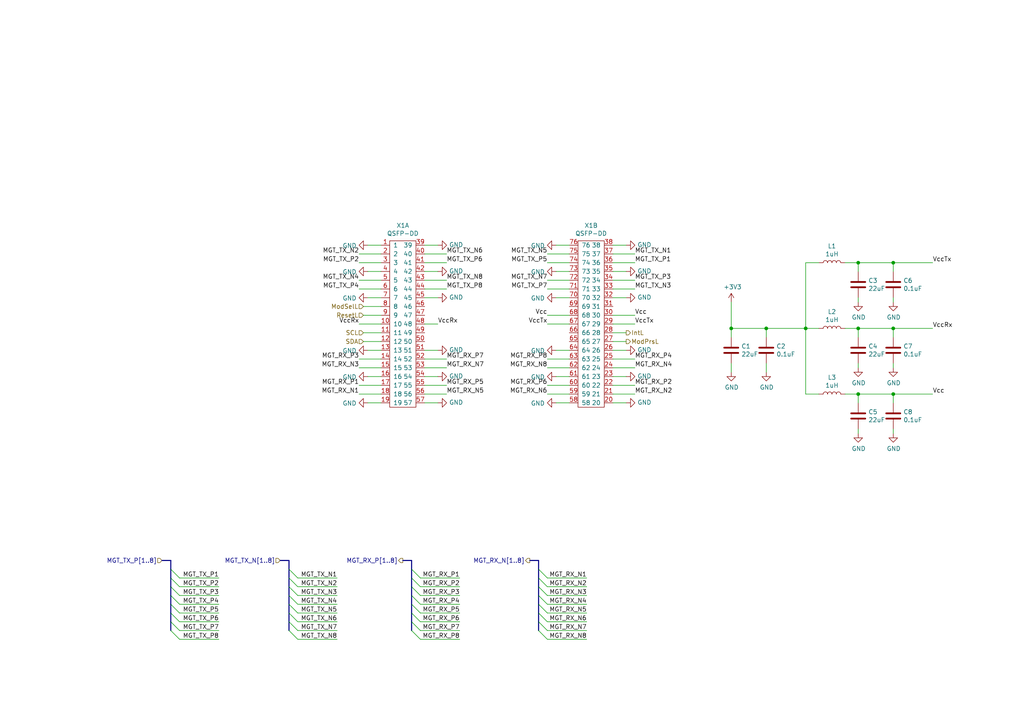
<source format=kicad_sch>
(kicad_sch (version 20211123) (generator eeschema)
  (paper "A4")
  (title_block (title "RTM_Template") (date "2021-06-25") (rev "v1.0") (company "Karlsruhe Institute of Technology (KIT)") (comment 1 "Carsten Schmerbeck, Luis Ardila "))
  (lib_symbols
    (symbol "Device:C" (pin_numbers hide) (pin_names (offset 0.254))
      (property "Reference" "C" (at 0.635 2.54 0))
      (property "Value" "C" (at 0.635 -2.54 0))
      (symbol "C_0_1"
        (polyline (pts (xy -2.032 -0.762) (xy 2.032 -0.762)) (stroke (width 0.508)))
        (polyline (pts (xy -2.032 0.762) (xy 2.032 0.762)) (stroke (width 0.508)))
      )
      (symbol "C_1_1"
        (pin passive line (at 0 3.81 270) (length 2.794) (name "~") (number "1"))
        (pin passive line (at 0 -3.81 90) (length 2.794) (name "~") (number "2"))
      )
    )
    (symbol "Device:L" (pin_numbers hide) (pin_names (offset 1.016) hide)
      (property "Reference" "L" (at -1.27 0 90))
      (property "Value" "L" (at 1.905 0 90))
      (symbol "L_0_1"
        (arc (start 0 -2.54) (mid 0.635 -1.905) (end 0 -1.27))
        (arc (start 0 -1.27) (mid 0.635 -0.635) (end 0 0))
        (arc (start 0 0) (mid 0.635 0.635) (end 0 1.27))
        (arc (start 0 1.27) (mid 0.635 1.905) (end 0 2.54))
      )
      (symbol "L_1_1"
        (pin passive line (at 0 3.81 270) (length 1.27) (name "1") (number "1"))
        (pin passive line (at 0 -3.81 90) (length 1.27) (name "2") (number "2"))
      )
    )
    (symbol "power:+3.3V" (power) (pin_names (offset 0))
      (property "Value" "+3.3V" (at 0 3.556 0))
      (symbol "+3.3V_0_1"
        (polyline (pts (xy -0.762 1.27) (xy 0 2.54)))
        (polyline (pts (xy 0 0) (xy 0 2.54)))
        (polyline (pts (xy 0 2.54) (xy 0.762 1.27)))
      )
      (symbol "+3.3V_1_1"
        (pin power_in line (at 0 0 90) (length 0) hide (name "+3V3") (number "1"))
      )
    )
    (symbol "power:GND" (power) (pin_names (offset 0))
      (property "Value" "GND" (at 0 -3.81 0))
      (symbol "GND_0_1"
        (polyline (pts (xy 0 0) (xy 0 -1.27) (xy 1.27 -1.27) (xy 0 -2.54) (xy -1.27 -1.27) (xy 0 -1.27)))
      )
      (symbol "GND_1_1"
        (pin power_in line (at 0 0 270) (length 0) hide (name "GND") (number "1"))
      )
    )
    (symbol "rtm_template:QSFP-DD" (pin_names (offset 1.016))
      (property "Reference" "X" (at 3.81 2.54 0))
      (property "Value" "QSFP-DD" (at 5.08 -49.53 0))
      (symbol "QSFP-DD_0_1"
        (rectangle (start 2.54 1.27) (end 10.16 -46.99))
      )
      (symbol "QSFP-DD_1_1"
        (pin passive line (at 0 0 0) (length 2.54) (name "1") (number "1"))
        (pin passive line (at 0 -22.86 0) (length 2.54) (name "10") (number "10"))
        (pin passive line (at 0 -25.4 0) (length 2.54) (name "11") (number "11"))
        (pin passive line (at 0 -27.94 0) (length 2.54) (name "12") (number "12"))
        (pin passive line (at 0 -30.48 0) (length 2.54) (name "13") (number "13"))
        (pin passive line (at 0 -33.02 0) (length 2.54) (name "14") (number "14"))
        (pin passive line (at 0 -35.56 0) (length 2.54) (name "15") (number "15"))
        (pin passive line (at 0 -38.1 0) (length 2.54) (name "16") (number "16"))
        (pin passive line (at 0 -40.64 0) (length 2.54) (name "17") (number "17"))
        (pin passive line (at 0 -43.18 0) (length 2.54) (name "18") (number "18"))
        (pin passive line (at 0 -45.72 0) (length 2.54) (name "19") (number "19"))
        (pin passive line (at 0 -2.54 0) (length 2.54) (name "2") (number "2"))
        (pin passive line (at 0 -5.08 0) (length 2.54) (name "3") (number "3"))
        (pin passive line (at 12.7 0 180) (length 2.54) (name "39") (number "39"))
        (pin passive line (at 0 -7.62 0) (length 2.54) (name "4") (number "4"))
        (pin passive line (at 12.7 -2.54 180) (length 2.54) (name "40") (number "40"))
        (pin passive line (at 12.7 -5.08 180) (length 2.54) (name "41") (number "41"))
        (pin passive line (at 12.7 -7.62 180) (length 2.54) (name "42") (number "42"))
        (pin passive line (at 12.7 -10.16 180) (length 2.54) (name "43") (number "43"))
        (pin passive line (at 12.7 -12.7 180) (length 2.54) (name "44") (number "44"))
        (pin passive line (at 12.7 -15.24 180) (length 2.54) (name "45") (number "45"))
        (pin passive line (at 12.7 -17.78 180) (length 2.54) (name "46") (number "46"))
        (pin passive line (at 12.7 -20.32 180) (length 2.54) (name "47") (number "47"))
        (pin passive line (at 12.7 -22.86 180) (length 2.54) (name "48") (number "48"))
        (pin passive line (at 12.7 -25.4 180) (length 2.54) (name "49") (number "49"))
        (pin passive line (at 0 -10.16 0) (length 2.54) (name "5") (number "5"))
        (pin passive line (at 12.7 -27.94 180) (length 2.54) (name "50") (number "50"))
        (pin passive line (at 12.7 -30.48 180) (length 2.54) (name "51") (number "51"))
        (pin passive line (at 12.7 -33.02 180) (length 2.54) (name "52") (number "52"))
        (pin passive line (at 12.7 -35.56 180) (length 2.54) (name "53") (number "53"))
        (pin passive line (at 12.7 -38.1 180) (length 2.54) (name "54") (number "54"))
        (pin passive line (at 12.7 -40.64 180) (length 2.54) (name "55") (number "55"))
        (pin passive line (at 12.7 -43.18 180) (length 2.54) (name "56") (number "56"))
        (pin passive line (at 12.7 -45.72 180) (length 2.54) (name "57") (number "57"))
        (pin passive line (at 0 -12.7 0) (length 2.54) (name "6") (number "6"))
        (pin passive line (at 0 -15.24 0) (length 2.54) (name "7") (number "7"))
        (pin passive line (at 0 -17.78 0) (length 2.54) (name "8") (number "8"))
        (pin passive line (at 0 -20.32 0) (length 2.54) (name "9") (number "9"))
      )
      (symbol "QSFP-DD_2_1"
        (pin passive line (at 12.7 -45.72 180) (length 2.54) (name "20") (number "20"))
        (pin passive line (at 12.7 -43.18 180) (length 2.54) (name "21") (number "21"))
        (pin passive line (at 12.7 -40.64 180) (length 2.54) (name "22") (number "22"))
        (pin passive line (at 12.7 -38.1 180) (length 2.54) (name "23") (number "23"))
        (pin passive line (at 12.7 -35.56 180) (length 2.54) (name "24") (number "24"))
        (pin passive line (at 12.7 -33.02 180) (length 2.54) (name "25") (number "25"))
        (pin passive line (at 12.7 -30.48 180) (length 2.54) (name "26") (number "26"))
        (pin passive line (at 12.7 -27.94 180) (length 2.54) (name "27") (number "27"))
        (pin passive line (at 12.7 -25.4 180) (length 2.54) (name "28") (number "28"))
        (pin passive line (at 12.7 -22.86 180) (length 2.54) (name "29") (number "29"))
        (pin passive line (at 12.7 -20.32 180) (length 2.54) (name "30") (number "30"))
        (pin passive line (at 12.7 -17.78 180) (length 2.54) (name "31") (number "31"))
        (pin passive line (at 12.7 -15.24 180) (length 2.54) (name "32") (number "32"))
        (pin passive line (at 12.7 -12.7 180) (length 2.54) (name "33") (number "33"))
        (pin passive line (at 12.7 -10.16 180) (length 2.54) (name "34") (number "34"))
        (pin passive line (at 12.7 -7.62 180) (length 2.54) (name "35") (number "35"))
        (pin passive line (at 12.7 -5.08 180) (length 2.54) (name "36") (number "36"))
        (pin passive line (at 12.7 -2.54 180) (length 2.54) (name "37") (number "37"))
        (pin passive line (at 12.7 0 180) (length 2.54) (name "38") (number "38"))
        (pin passive line (at 0 -45.72 0) (length 2.54) (name "58") (number "58"))
        (pin passive line (at 0 -43.18 0) (length 2.54) (name "59") (number "59"))
        (pin passive line (at 0 -40.64 0) (length 2.54) (name "60") (number "60"))
        (pin passive line (at 0 -38.1 0) (length 2.54) (name "61") (number "61"))
        (pin passive line (at 0 -35.56 0) (length 2.54) (name "62") (number "62"))
        (pin passive line (at 0 -33.02 0) (length 2.54) (name "63") (number "63"))
        (pin passive line (at 0 -30.48 0) (length 2.54) (name "64") (number "64"))
        (pin passive line (at 0 -27.94 0) (length 2.54) (name "65") (number "65"))
        (pin passive line (at 0 -25.4 0) (length 2.54) (name "66") (number "66"))
        (pin passive line (at 0 -22.86 0) (length 2.54) (name "67") (number "67"))
        (pin passive line (at 0 -20.32 0) (length 2.54) (name "68") (number "68"))
        (pin passive line (at 0 -17.78 0) (length 2.54) (name "69") (number "69"))
        (pin passive line (at 0 -15.24 0) (length 2.54) (name "70") (number "70"))
        (pin passive line (at 0 -12.7 0) (length 2.54) (name "71") (number "71"))
        (pin passive line (at 0 -10.16 0) (length 2.54) (name "72") (number "72"))
        (pin passive line (at 0 -7.62 0) (length 2.54) (name "73") (number "73"))
        (pin passive line (at 0 -5.08 0) (length 2.54) (name "74") (number "74"))
        (pin passive line (at 0 -2.54 0) (length 2.54) (name "75") (number "75"))
        (pin passive line (at 0 0 0) (length 2.54) (name "76") (number "76"))
      )
    )
  )
  (junction (at 259.08 76.2))
  (junction (at 248.92 95.25))
  (junction (at 259.08 95.25))
  (junction (at 233.68 95.25))
  (junction (at 212.09 95.25))
  (junction (at 248.92 114.3))
  (junction (at 259.08 114.3))
  (junction (at 248.92 76.2))
  (junction (at 222.25 95.25))
  (bus_entry (at 49.53 175.26) (size 2.54 2.54))
  (bus_entry (at 119.38 165.1) (size 2.54 2.54))
  (bus_entry (at 83.82 172.72) (size 2.54 2.54))
  (bus_entry (at 156.21 167.64) (size 2.54 2.54))
  (bus_entry (at 119.38 180.34) (size 2.54 2.54))
  (bus_entry (at 49.53 172.72) (size 2.54 2.54))
  (bus_entry (at 83.82 177.8) (size 2.54 2.54))
  (bus_entry (at 119.38 167.64) (size 2.54 2.54))
  (bus_entry (at 49.53 182.88) (size 2.54 2.54))
  (bus_entry (at 83.82 170.18) (size 2.54 2.54))
  (bus_entry (at 119.38 170.18) (size 2.54 2.54))
  (bus_entry (at 49.53 167.64) (size 2.54 2.54))
  (bus_entry (at 49.53 165.1) (size 2.54 2.54))
  (bus_entry (at 83.82 180.34) (size 2.54 2.54))
  (bus_entry (at 83.82 175.26) (size 2.54 2.54))
  (bus_entry (at 49.53 180.34) (size 2.54 2.54))
  (bus_entry (at 156.21 170.18) (size 2.54 2.54))
  (bus_entry (at 156.21 175.26) (size 2.54 2.54))
  (bus_entry (at 49.53 177.8) (size 2.54 2.54))
  (bus_entry (at 119.38 175.26) (size 2.54 2.54))
  (bus_entry (at 156.21 182.88) (size 2.54 2.54))
  (bus_entry (at 83.82 182.88) (size 2.54 2.54))
  (bus_entry (at 119.38 182.88) (size 2.54 2.54))
  (bus_entry (at 156.21 177.8) (size 2.54 2.54))
  (bus_entry (at 156.21 180.34) (size 2.54 2.54))
  (bus_entry (at 83.82 165.1) (size 2.54 2.54))
  (bus_entry (at 49.53 170.18) (size 2.54 2.54))
  (bus_entry (at 119.38 177.8) (size 2.54 2.54))
  (bus_entry (at 119.38 172.72) (size 2.54 2.54))
  (bus_entry (at 83.82 167.64) (size 2.54 2.54))
  (bus_entry (at 156.21 172.72) (size 2.54 2.54))
  (bus_entry (at 156.21 165.1) (size 2.54 2.54))
  (wire (pts (xy 181.61 71.12) (xy 177.8 71.12)))
  (bus (pts (xy 119.38 170.18) (xy 119.38 172.72)))
  (wire (pts (xy 105.41 91.44) (xy 110.49 91.44)))
  (wire (pts (xy 165.1 76.2) (xy 158.75 76.2)))
  (bus (pts (xy 49.53 175.26) (xy 49.53 177.8)))
  (wire (pts (xy 248.92 106.68) (xy 248.92 105.41)))
  (wire (pts (xy 110.49 106.68) (xy 104.14 106.68)))
  (wire (pts (xy 123.19 83.82) (xy 129.54 83.82)))
  (wire (pts (xy 233.68 114.3) (xy 233.68 95.25)))
  (wire (pts (xy 184.15 81.28) (xy 177.8 81.28)))
  (wire (pts (xy 123.19 111.76) (xy 129.54 111.76)))
  (wire (pts (xy 212.09 95.25) (xy 212.09 97.79)))
  (wire (pts (xy 106.68 86.36) (xy 110.49 86.36)))
  (wire (pts (xy 105.41 99.06) (xy 110.49 99.06)))
  (wire (pts (xy 63.5 185.42) (xy 52.07 185.42)))
  (wire (pts (xy 170.18 170.18) (xy 158.75 170.18)))
  (bus (pts (xy 156.21 180.34) (xy 156.21 182.88)))
  (bus (pts (xy 119.38 172.72) (xy 119.38 175.26)))
  (wire (pts (xy 104.14 81.28) (xy 110.49 81.28)))
  (wire (pts (xy 133.35 185.42) (xy 121.92 185.42)))
  (wire (pts (xy 158.75 91.44) (xy 165.1 91.44)))
  (wire (pts (xy 63.5 170.18) (xy 52.07 170.18)))
  (wire (pts (xy 248.92 116.84) (xy 248.92 114.3)))
  (bus (pts (xy 116.84 162.56) (xy 119.38 162.56)))
  (wire (pts (xy 133.35 177.8) (xy 121.92 177.8)))
  (wire (pts (xy 63.5 182.88) (xy 52.07 182.88)))
  (wire (pts (xy 161.29 109.22) (xy 165.1 109.22)))
  (wire (pts (xy 127 71.12) (xy 123.19 71.12)))
  (wire (pts (xy 133.35 182.88) (xy 121.92 182.88)))
  (wire (pts (xy 237.49 95.25) (xy 233.68 95.25)))
  (bus (pts (xy 83.82 162.56) (xy 83.82 165.1)))
  (wire (pts (xy 129.54 73.66) (xy 123.19 73.66)))
  (wire (pts (xy 248.92 114.3) (xy 245.11 114.3)))
  (wire (pts (xy 177.8 111.76) (xy 184.15 111.76)))
  (wire (pts (xy 248.92 78.74) (xy 248.92 76.2)))
  (wire (pts (xy 170.18 180.34) (xy 158.75 180.34)))
  (wire (pts (xy 177.8 76.2) (xy 184.15 76.2)))
  (wire (pts (xy 248.92 87.63) (xy 248.92 86.36)))
  (wire (pts (xy 170.18 175.26) (xy 158.75 175.26)))
  (bus (pts (xy 156.21 165.1) (xy 156.21 167.64)))
  (wire (pts (xy 184.15 106.68) (xy 177.8 106.68)))
  (wire (pts (xy 161.29 101.6) (xy 165.1 101.6)))
  (bus (pts (xy 49.53 172.72) (xy 49.53 175.26)))
  (wire (pts (xy 104.14 111.76) (xy 110.49 111.76)))
  (wire (pts (xy 106.68 109.22) (xy 110.49 109.22)))
  (wire (pts (xy 133.35 175.26) (xy 121.92 175.26)))
  (bus (pts (xy 83.82 177.8) (xy 83.82 180.34)))
  (wire (pts (xy 259.08 97.79) (xy 259.08 95.25)))
  (wire (pts (xy 97.79 172.72) (xy 86.36 172.72)))
  (wire (pts (xy 161.29 78.74) (xy 165.1 78.74)))
  (wire (pts (xy 104.14 83.82) (xy 110.49 83.82)))
  (wire (pts (xy 170.18 177.8) (xy 158.75 177.8)))
  (wire (pts (xy 237.49 114.3) (xy 233.68 114.3)))
  (bus (pts (xy 81.28 162.56) (xy 83.82 162.56)))
  (bus (pts (xy 156.21 175.26) (xy 156.21 177.8)))
  (bus (pts (xy 46.99 162.56) (xy 49.53 162.56)))
  (wire (pts (xy 158.75 83.82) (xy 165.1 83.82)))
  (bus (pts (xy 153.67 162.56) (xy 156.21 162.56)))
  (wire (pts (xy 127 78.74) (xy 123.19 78.74)))
  (wire (pts (xy 212.09 95.25) (xy 212.09 87.63)))
  (wire (pts (xy 104.14 114.3) (xy 110.49 114.3)))
  (bus (pts (xy 119.38 162.56) (xy 119.38 165.1)))
  (wire (pts (xy 123.19 114.3) (xy 129.54 114.3)))
  (wire (pts (xy 158.75 106.68) (xy 165.1 106.68)))
  (wire (pts (xy 97.79 170.18) (xy 86.36 170.18)))
  (wire (pts (xy 177.8 91.44) (xy 184.15 91.44)))
  (wire (pts (xy 127 116.84) (xy 123.19 116.84)))
  (wire (pts (xy 233.68 76.2) (xy 237.49 76.2)))
  (wire (pts (xy 181.61 99.06) (xy 177.8 99.06)))
  (wire (pts (xy 181.61 78.74) (xy 177.8 78.74)))
  (wire (pts (xy 259.08 116.84) (xy 259.08 114.3)))
  (wire (pts (xy 158.75 114.3) (xy 165.1 114.3)))
  (wire (pts (xy 158.75 104.14) (xy 165.1 104.14)))
  (wire (pts (xy 133.35 180.34) (xy 121.92 180.34)))
  (bus (pts (xy 83.82 172.72) (xy 83.82 175.26)))
  (bus (pts (xy 156.21 170.18) (xy 156.21 172.72)))
  (wire (pts (xy 63.5 180.34) (xy 52.07 180.34)))
  (bus (pts (xy 49.53 167.64) (xy 49.53 170.18)))
  (wire (pts (xy 181.61 101.6) (xy 177.8 101.6)))
  (wire (pts (xy 63.5 175.26) (xy 52.07 175.26)))
  (bus (pts (xy 156.21 167.64) (xy 156.21 170.18)))
  (bus (pts (xy 49.53 177.8) (xy 49.53 180.34)))
  (wire (pts (xy 248.92 125.73) (xy 248.92 124.46)))
  (wire (pts (xy 259.08 95.25) (xy 248.92 95.25)))
  (bus (pts (xy 49.53 162.56) (xy 49.53 165.1)))
  (bus (pts (xy 156.21 162.56) (xy 156.21 165.1)))
  (wire (pts (xy 105.41 96.52) (xy 110.49 96.52)))
  (wire (pts (xy 106.68 71.12) (xy 110.49 71.12)))
  (wire (pts (xy 104.14 93.98) (xy 110.49 93.98)))
  (wire (pts (xy 170.18 185.42) (xy 158.75 185.42)))
  (wire (pts (xy 97.79 182.88) (xy 86.36 182.88)))
  (wire (pts (xy 259.08 114.3) (xy 248.92 114.3)))
  (wire (pts (xy 129.54 104.14) (xy 123.19 104.14)))
  (wire (pts (xy 177.8 93.98) (xy 184.15 93.98)))
  (bus (pts (xy 119.38 177.8) (xy 119.38 180.34)))
  (wire (pts (xy 161.29 71.12) (xy 165.1 71.12)))
  (wire (pts (xy 165.1 111.76) (xy 158.75 111.76)))
  (wire (pts (xy 97.79 167.64) (xy 86.36 167.64)))
  (bus (pts (xy 49.53 165.1) (xy 49.53 167.64)))
  (wire (pts (xy 245.11 76.2) (xy 248.92 76.2)))
  (wire (pts (xy 233.68 95.25) (xy 233.68 76.2)))
  (wire (pts (xy 127 101.6) (xy 123.19 101.6)))
  (wire (pts (xy 127 109.22) (xy 123.19 109.22)))
  (wire (pts (xy 259.08 106.68) (xy 259.08 105.41)))
  (wire (pts (xy 248.92 76.2) (xy 259.08 76.2)))
  (wire (pts (xy 177.8 104.14) (xy 184.15 104.14)))
  (bus (pts (xy 156.21 177.8) (xy 156.21 180.34)))
  (wire (pts (xy 248.92 95.25) (xy 245.11 95.25)))
  (wire (pts (xy 259.08 125.73) (xy 259.08 124.46)))
  (bus (pts (xy 49.53 180.34) (xy 49.53 182.88)))
  (wire (pts (xy 63.5 172.72) (xy 52.07 172.72)))
  (wire (pts (xy 104.14 76.2) (xy 110.49 76.2)))
  (wire (pts (xy 106.68 116.84) (xy 110.49 116.84)))
  (wire (pts (xy 123.19 106.68) (xy 129.54 106.68)))
  (wire (pts (xy 161.29 86.36) (xy 165.1 86.36)))
  (wire (pts (xy 181.61 96.52) (xy 177.8 96.52)))
  (wire (pts (xy 97.79 175.26) (xy 86.36 175.26)))
  (bus (pts (xy 83.82 180.34) (xy 83.82 182.88)))
  (wire (pts (xy 106.68 78.74) (xy 110.49 78.74)))
  (bus (pts (xy 83.82 167.64) (xy 83.82 170.18)))
  (wire (pts (xy 127 86.36) (xy 123.19 86.36)))
  (wire (pts (xy 222.25 97.79) (xy 222.25 95.25)))
  (wire (pts (xy 158.75 73.66) (xy 165.1 73.66)))
  (wire (pts (xy 212.09 105.41) (xy 212.09 107.95)))
  (wire (pts (xy 97.79 177.8) (xy 86.36 177.8)))
  (bus (pts (xy 119.38 180.34) (xy 119.38 182.88)))
  (wire (pts (xy 104.14 104.14) (xy 110.49 104.14)))
  (wire (pts (xy 161.29 116.84) (xy 165.1 116.84)))
  (wire (pts (xy 63.5 177.8) (xy 52.07 177.8)))
  (wire (pts (xy 106.68 101.6) (xy 110.49 101.6)))
  (wire (pts (xy 181.61 116.84) (xy 177.8 116.84)))
  (wire (pts (xy 104.14 73.66) (xy 110.49 73.66)))
  (wire (pts (xy 177.8 83.82) (xy 184.15 83.82)))
  (wire (pts (xy 170.18 172.72) (xy 158.75 172.72)))
  (wire (pts (xy 222.25 107.95) (xy 222.25 105.41)))
  (bus (pts (xy 49.53 170.18) (xy 49.53 172.72)))
  (wire (pts (xy 158.75 93.98) (xy 165.1 93.98)))
  (bus (pts (xy 83.82 170.18) (xy 83.82 172.72)))
  (wire (pts (xy 177.8 73.66) (xy 184.15 73.66)))
  (wire (pts (xy 105.41 88.9) (xy 110.49 88.9)))
  (bus (pts (xy 83.82 175.26) (xy 83.82 177.8)))
  (bus (pts (xy 83.82 165.1) (xy 83.82 167.64)))
  (wire (pts (xy 259.08 95.25) (xy 270.51 95.25)))
  (wire (pts (xy 259.08 76.2) (xy 270.51 76.2)))
  (wire (pts (xy 259.08 76.2) (xy 259.08 78.74)))
  (wire (pts (xy 133.35 167.64) (xy 121.92 167.64)))
  (wire (pts (xy 222.25 95.25) (xy 212.09 95.25)))
  (wire (pts (xy 133.35 172.72) (xy 121.92 172.72)))
  (wire (pts (xy 123.19 76.2) (xy 129.54 76.2)))
  (bus (pts (xy 119.38 167.64) (xy 119.38 170.18)))
  (bus (pts (xy 119.38 175.26) (xy 119.38 177.8)))
  (wire (pts (xy 170.18 182.88) (xy 158.75 182.88)))
  (wire (pts (xy 248.92 97.79) (xy 248.92 95.25)))
  (wire (pts (xy 133.35 170.18) (xy 121.92 170.18)))
  (wire (pts (xy 129.54 81.28) (xy 123.19 81.28)))
  (wire (pts (xy 259.08 86.36) (xy 259.08 87.63)))
  (bus (pts (xy 119.38 165.1) (xy 119.38 167.64)))
  (wire (pts (xy 184.15 114.3) (xy 177.8 114.3)))
  (wire (pts (xy 259.08 114.3) (xy 270.51 114.3)))
  (wire (pts (xy 233.68 95.25) (xy 222.25 95.25)))
  (wire (pts (xy 63.5 167.64) (xy 52.07 167.64)))
  (wire (pts (xy 181.61 86.36) (xy 177.8 86.36)))
  (wire (pts (xy 181.61 109.22) (xy 177.8 109.22)))
  (wire (pts (xy 97.79 185.42) (xy 86.36 185.42)))
  (wire (pts (xy 170.18 167.64) (xy 158.75 167.64)))
  (bus (pts (xy 156.21 172.72) (xy 156.21 175.26)))
  (wire (pts (xy 97.79 180.34) (xy 86.36 180.34)))
  (wire (pts (xy 127 93.98) (xy 123.19 93.98)))
  (wire (pts (xy 165.1 81.28) (xy 158.75 81.28)))
  (label "MGT_RX_N6" (at 158.75 114.3 180))
  (label "MGT_RX_P4" (at 133.35 175.26 180))
  (label "MGT_RX_P7" (at 129.54 104.14 0))
  (label "MGT_RX_P2" (at 133.35 170.18 180))
  (label "MGT_RX_N6" (at 170.18 180.34 180))
  (label "MGT_TX_N1" (at 97.79 167.64 180))
  (label "MGT_TX_P6" (at 129.54 76.2 0))
  (label "MGT_RX_P7" (at 133.35 182.88 180))
  (label "MGT_TX_P1" (at 184.15 76.2 0))
  (label "MGT_TX_N7" (at 97.79 182.88 180))
  (label "MGT_TX_P3" (at 184.15 81.28 0))
  (label "MGT_TX_N6" (at 129.54 73.66 0))
  (label "MGT_RX_P3" (at 133.35 172.72 180))
  (label "MGT_RX_N8" (at 170.18 185.42 180))
  (label "MGT_RX_P5" (at 133.35 177.8 180))
  (label "VccRx" (at 104.14 93.98 180))
  (label "Vcc" (at 158.75 91.44 180))
  (label "MGT_TX_N5" (at 158.75 73.66 180))
  (label "MGT_RX_N1" (at 170.18 167.64 180))
  (label "MGT_RX_N1" (at 104.14 114.3 180))
  (label "MGT_RX_N7" (at 170.18 182.88 180))
  (label "MGT_RX_N5" (at 129.54 114.3 0))
  (label "MGT_TX_N3" (at 97.79 172.72 180))
  (label "MGT_TX_P8" (at 63.5 185.42 180))
  (label "MGT_RX_N2" (at 184.15 114.3 0))
  (label "MGT_RX_N4" (at 184.15 106.68 0))
  (label "VccTx" (at 270.51 76.2 0))
  (label "MGT_TX_P2" (at 104.14 76.2 180))
  (label "MGT_RX_N4" (at 170.18 175.26 180))
  (label "MGT_RX_P1" (at 133.35 167.64 180))
  (label "Vcc" (at 270.51 114.3 0))
  (label "MGT_RX_P1" (at 104.14 111.76 180))
  (label "VccTx" (at 184.15 93.98 0))
  (label "MGT_TX_N4" (at 104.14 81.28 180))
  (label "MGT_RX_N2" (at 170.18 170.18 180))
  (label "MGT_TX_P6" (at 63.5 180.34 180))
  (label "MGT_TX_P4" (at 104.14 83.82 180))
  (label "MGT_RX_P8" (at 158.75 104.14 180))
  (label "VccTx" (at 158.75 93.98 180))
  (label "MGT_RX_P6" (at 133.35 180.34 180))
  (label "MGT_TX_N7" (at 158.75 81.28 180))
  (label "MGT_TX_N4" (at 97.79 175.26 180))
  (label "MGT_RX_P6" (at 158.75 111.76 180))
  (label "Vcc" (at 184.15 91.44 0))
  (label "MGT_TX_N2" (at 97.79 170.18 180))
  (label "MGT_TX_P7" (at 63.5 182.88 180))
  (label "MGT_RX_P2" (at 184.15 111.76 0))
  (label "MGT_TX_P4" (at 63.5 175.26 180))
  (label "MGT_TX_N8" (at 129.54 81.28 0))
  (label "MGT_TX_P5" (at 158.75 76.2 180))
  (label "MGT_TX_N1" (at 184.15 73.66 0))
  (label "VccRx" (at 127 93.98 0))
  (label "MGT_RX_N8" (at 158.75 106.68 180))
  (label "MGT_RX_P5" (at 129.54 111.76 0))
  (label "MGT_TX_N2" (at 104.14 73.66 180))
  (label "MGT_RX_N3" (at 104.14 106.68 180))
  (label "MGT_TX_P7" (at 158.75 83.82 180))
  (label "MGT_TX_N5" (at 97.79 177.8 180))
  (label "MGT_TX_N6" (at 97.79 180.34 180))
  (label "MGT_TX_P3" (at 63.5 172.72 180))
  (label "MGT_RX_P8" (at 133.35 185.42 180))
  (label "MGT_TX_N8" (at 97.79 185.42 180))
  (label "MGT_TX_P8" (at 129.54 83.82 0))
  (label "MGT_RX_N3" (at 170.18 172.72 180))
  (label "MGT_RX_N7" (at 129.54 106.68 0))
  (label "MGT_TX_N3" (at 184.15 83.82 0))
  (label "MGT_RX_P4" (at 184.15 104.14 0))
  (label "MGT_RX_P3" (at 104.14 104.14 180))
  (label "MGT_TX_P5" (at 63.5 177.8 180))
  (label "MGT_RX_N5" (at 170.18 177.8 180))
  (label "VccRx" (at 270.51 95.25 0))
  (label "MGT_TX_P2" (at 63.5 170.18 180))
  (label "MGT_TX_P1" (at 63.5 167.64 180))
  (hierarchical_label "IntL" (shape output) (at 181.61 96.52 0))
  (hierarchical_label "MGT_RX_N[1..8]" (shape output) (at 153.67 162.56 180))
  (hierarchical_label "ResetL" (shape input) (at 105.41 91.44 180))
  (hierarchical_label "MGT_RX_P[1..8]" (shape output) (at 116.84 162.56 180))
  (hierarchical_label "MGT_TX_P[1..8]" (shape input) (at 46.99 162.56 180))
  (hierarchical_label "SCL" (shape input) (at 105.41 96.52 180))
  (hierarchical_label "ModSelL" (shape input) (at 105.41 88.9 180))
  (hierarchical_label "SDA" (shape input) (at 105.41 99.06 180))
  (hierarchical_label "ModPrsL" (shape output) (at 181.61 99.06 0))
  (hierarchical_label "MGT_TX_N[1..8]" (shape input) (at 81.28 162.56 180))
  (symbol (lib_id "rtm_template:QSFP-DD") (at 110.49 71.12 0) (unit 1)
    (property "Reference" "X1" (at 116.84 65.405 0))
    (property "Value" "QSFP-DD" (at 116.84 67.7164 0))
    (property "Footprint" "rtm_template:QSFP-DD" (effects hide))
  )
  (symbol (lib_id "rtm_template:QSFP-DD") (at 165.1 71.12 0) (unit 2)
    (property "Reference" "X1" (at 171.45 65.405 0))
    (property "Value" "QSFP-DD" (at 171.45 67.7164 0))
    (property "Footprint" "rtm_template:QSFP-DD" (effects hide))
  )
  (symbol (lib_id "power:+3.3V") (at 212.09 87.63 0) (unit 1)
    (property "Reference" "#PWR055" (effects hide))
    (property "Value" "+3.3V" (at 212.471 83.2358 0))
  )
  (symbol (lib_id "power:GND") (at 181.61 71.12 90) (unit 1)
    (property "Reference" "#PWR049" (effects hide))
    (property "Value" "GND" (at 184.8612 70.993 90) (effects (justify right)))
  )
  (symbol (lib_id "power:GND") (at 181.61 78.74 90) (unit 1)
    (property "Reference" "#PWR050" (effects hide))
    (property "Value" "GND" (at 184.8612 78.613 90) (effects (justify right)))
  )
  (symbol (lib_id "power:GND") (at 181.61 86.36 90) (unit 1)
    (property "Reference" "#PWR051" (effects hide))
    (property "Value" "GND" (at 184.8612 86.233 90) (effects (justify right)))
  )
  (symbol (lib_id "power:GND") (at 181.61 101.6 90) (unit 1)
    (property "Reference" "#PWR052" (effects hide))
    (property "Value" "GND" (at 184.8612 101.473 90) (effects (justify right)))
  )
  (symbol (lib_id "power:GND") (at 181.61 109.22 90) (unit 1)
    (property "Reference" "#PWR053" (effects hide))
    (property "Value" "GND" (at 184.8612 109.093 90) (effects (justify right)))
  )
  (symbol (lib_id "power:GND") (at 181.61 116.84 90) (unit 1)
    (property "Reference" "#PWR054" (effects hide))
    (property "Value" "GND" (at 184.8612 116.713 90) (effects (justify right)))
  )
  (symbol (lib_id "power:GND") (at 161.29 71.12 270) (unit 1)
    (property "Reference" "#PWR043" (effects hide))
    (property "Value" "GND" (at 158.0388 71.247 90) (effects (justify right)))
  )
  (symbol (lib_id "power:GND") (at 161.29 78.74 270) (unit 1)
    (property "Reference" "#PWR044" (effects hide))
    (property "Value" "GND" (at 158.0388 78.867 90) (effects (justify right)))
  )
  (symbol (lib_id "power:GND") (at 161.29 86.36 270) (unit 1)
    (property "Reference" "#PWR045" (effects hide))
    (property "Value" "GND" (at 158.0388 86.487 90) (effects (justify right)))
  )
  (symbol (lib_id "power:GND") (at 161.29 101.6 270) (unit 1)
    (property "Reference" "#PWR046" (effects hide))
    (property "Value" "GND" (at 158.0388 101.727 90) (effects (justify right)))
  )
  (symbol (lib_id "power:GND") (at 161.29 109.22 270) (unit 1)
    (property "Reference" "#PWR047" (effects hide))
    (property "Value" "GND" (at 158.0388 109.347 90) (effects (justify right)))
  )
  (symbol (lib_id "power:GND") (at 161.29 116.84 270) (unit 1)
    (property "Reference" "#PWR048" (effects hide))
    (property "Value" "GND" (at 158.0388 116.967 90) (effects (justify right)))
  )
  (symbol (lib_id "power:GND") (at 106.68 116.84 270) (unit 1)
    (property "Reference" "#PWR036" (effects hide))
    (property "Value" "GND" (at 103.4288 116.967 90) (effects (justify right)))
  )
  (symbol (lib_id "power:GND") (at 106.68 109.22 270) (unit 1)
    (property "Reference" "#PWR035" (effects hide))
    (property "Value" "GND" (at 103.4288 109.347 90) (effects (justify right)))
  )
  (symbol (lib_id "power:GND") (at 106.68 101.6 270) (unit 1)
    (property "Reference" "#PWR034" (effects hide))
    (property "Value" "GND" (at 103.4288 101.727 90) (effects (justify right)))
  )
  (symbol (lib_id "power:GND") (at 106.68 86.36 270) (unit 1)
    (property "Reference" "#PWR033" (effects hide))
    (property "Value" "GND" (at 103.4288 86.487 90) (effects (justify right)))
  )
  (symbol (lib_id "power:GND") (at 106.68 78.74 270) (unit 1)
    (property "Reference" "#PWR032" (effects hide))
    (property "Value" "GND" (at 103.4288 78.867 90) (effects (justify right)))
  )
  (symbol (lib_id "power:GND") (at 106.68 71.12 270) (unit 1)
    (property "Reference" "#PWR031" (effects hide))
    (property "Value" "GND" (at 103.4288 71.247 90) (effects (justify right)))
  )
  (symbol (lib_id "power:GND") (at 127 116.84 90) (unit 1)
    (property "Reference" "#PWR042" (effects hide))
    (property "Value" "GND" (at 130.2512 116.713 90) (effects (justify right)))
  )
  (symbol (lib_id "power:GND") (at 127 109.22 90) (unit 1)
    (property "Reference" "#PWR041" (effects hide))
    (property "Value" "GND" (at 130.2512 109.093 90) (effects (justify right)))
  )
  (symbol (lib_id "power:GND") (at 127 101.6 90) (unit 1)
    (property "Reference" "#PWR040" (effects hide))
    (property "Value" "GND" (at 130.2512 101.473 90) (effects (justify right)))
  )
  (symbol (lib_id "power:GND") (at 127 86.36 90) (unit 1)
    (property "Reference" "#PWR039" (effects hide))
    (property "Value" "GND" (at 130.2512 86.233 90) (effects (justify right)))
  )
  (symbol (lib_id "power:GND") (at 127 78.74 90) (unit 1)
    (property "Reference" "#PWR038" (effects hide))
    (property "Value" "GND" (at 130.2512 78.613 90) (effects (justify right)))
  )
  (symbol (lib_id "power:GND") (at 127 71.12 90) (unit 1)
    (property "Reference" "#PWR037" (effects hide))
    (property "Value" "GND" (at 130.2512 70.993 90) (effects (justify right)))
  )
  (symbol (lib_id "Device:C") (at 212.09 101.6 0) (unit 1)
    (property "Reference" "C1" (at 215.011 100.4316 0) (effects (justify left)))
    (property "Value" "22uF" (at 215.011 102.743 0) (effects (justify left)))
    (property "Footprint" "Capacitor_SMD:C_1206_3216Metric" (effects hide))
  )
  (symbol (lib_id "Device:C") (at 222.25 101.6 0) (unit 1)
    (property "Reference" "C2" (at 225.171 100.4316 0) (effects (justify left)))
    (property "Value" "0.1uF" (at 225.171 102.743 0) (effects (justify left)))
    (property "Footprint" "Capacitor_SMD:C_0805_2012Metric" (effects hide))
  )
  (symbol (lib_id "Device:L") (at 241.3 76.2 90) (unit 1)
    (property "Reference" "L1" (at 241.3 71.374 90))
    (property "Value" "1uH" (at 241.3 73.6854 90))
    (property "Footprint" "Inductor_SMD:L_1210_3225Metric" (effects hide))
  )
  (symbol (lib_id "Device:L") (at 241.3 95.25 90) (unit 1)
    (property "Reference" "L2" (at 241.3 90.424 90))
    (property "Value" "1uH" (at 241.3 92.7354 90))
    (property "Footprint" "Inductor_SMD:L_1210_3225Metric" (effects hide))
  )
  (symbol (lib_id "Device:L") (at 241.3 114.3 90) (unit 1)
    (property "Reference" "L3" (at 241.3 109.474 90))
    (property "Value" "1uH" (at 241.3 111.7854 90))
    (property "Footprint" "Inductor_SMD:L_1210_3225Metric" (effects hide))
  )
  (symbol (lib_id "Device:C") (at 248.92 82.55 0) (unit 1)
    (property "Reference" "C3" (at 251.841 81.3816 0) (effects (justify left)))
    (property "Value" "22uF" (at 251.841 83.693 0) (effects (justify left)))
    (property "Footprint" "Capacitor_SMD:C_1206_3216Metric" (effects hide))
  )
  (symbol (lib_id "Device:C") (at 259.08 82.55 0) (unit 1)
    (property "Reference" "C6" (at 262.001 81.3816 0) (effects (justify left)))
    (property "Value" "0.1uF" (at 262.001 83.693 0) (effects (justify left)))
    (property "Footprint" "Capacitor_SMD:C_0805_2012Metric" (effects hide))
  )
  (symbol (lib_id "Device:C") (at 248.92 101.6 0) (unit 1)
    (property "Reference" "C4" (at 251.841 100.4316 0) (effects (justify left)))
    (property "Value" "22uF" (at 251.841 102.743 0) (effects (justify left)))
    (property "Footprint" "Capacitor_SMD:C_1206_3216Metric" (effects hide))
  )
  (symbol (lib_id "Device:C") (at 259.08 101.6 0) (unit 1)
    (property "Reference" "C7" (at 262.001 100.4316 0) (effects (justify left)))
    (property "Value" "0.1uF" (at 262.001 102.743 0) (effects (justify left)))
    (property "Footprint" "Capacitor_SMD:C_0805_2012Metric" (effects hide))
  )
  (symbol (lib_id "Device:C") (at 248.92 120.65 0) (unit 1)
    (property "Reference" "C5" (at 251.841 119.4816 0) (effects (justify left)))
    (property "Value" "22uF" (at 251.841 121.793 0) (effects (justify left)))
    (property "Footprint" "Capacitor_SMD:C_1206_3216Metric" (effects hide))
  )
  (symbol (lib_id "Device:C") (at 259.08 120.65 0) (unit 1)
    (property "Reference" "C8" (at 262.001 119.4816 0) (effects (justify left)))
    (property "Value" "0.1uF" (at 262.001 121.793 0) (effects (justify left)))
    (property "Footprint" "Capacitor_SMD:C_0805_2012Metric" (effects hide))
  )
  (symbol (lib_id "power:GND") (at 248.92 87.63 0) (unit 1)
    (property "Reference" "#PWR058" (effects hide))
    (property "Value" "GND" (at 249.047 92.0242 0))
  )
  (symbol (lib_id "power:GND") (at 259.08 87.63 0) (unit 1)
    (property "Reference" "#PWR061" (effects hide))
    (property "Value" "GND" (at 259.207 92.0242 0))
  )
  (symbol (lib_id "power:GND") (at 248.92 106.68 0) (unit 1)
    (property "Reference" "#PWR059" (effects hide))
    (property "Value" "GND" (at 249.047 111.0742 0))
  )
  (symbol (lib_id "power:GND") (at 259.08 106.68 0) (unit 1)
    (property "Reference" "#PWR062" (effects hide))
    (property "Value" "GND" (at 259.207 111.0742 0))
  )
  (symbol (lib_id "power:GND") (at 248.92 125.73 0) (unit 1)
    (property "Reference" "#PWR060" (effects hide))
    (property "Value" "GND" (at 249.047 130.1242 0))
  )
  (symbol (lib_id "power:GND") (at 259.08 125.73 0) (unit 1)
    (property "Reference" "#PWR063" (effects hide))
    (property "Value" "GND" (at 259.207 130.1242 0))
  )
  (symbol (lib_id "power:GND") (at 212.09 107.95 0) (unit 1)
    (property "Reference" "#PWR056" (effects hide))
    (property "Value" "GND" (at 212.217 112.3442 0))
  )
  (symbol (lib_id "power:GND") (at 222.25 107.95 0) (unit 1)
    (property "Reference" "#PWR057" (effects hide))
    (property "Value" "GND" (at 222.377 112.3442 0))
  )
)
</source>
